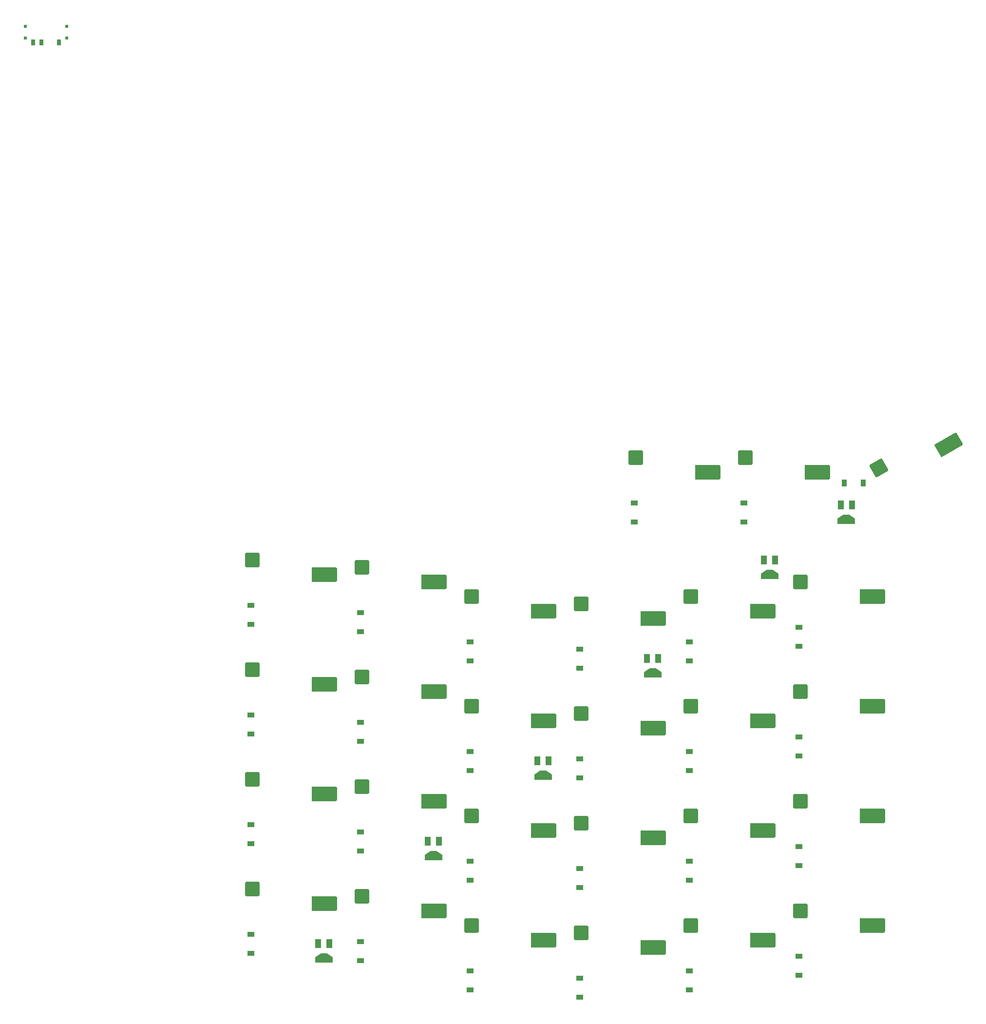
<source format=gbr>
%TF.GenerationSoftware,KiCad,Pcbnew,(6.0.7-1)-1*%
%TF.CreationDate,2023-01-14T16:38:51+08:00*%
%TF.ProjectId,prelude,7072656c-7564-4652-9e6b-696361645f70,rev?*%
%TF.SameCoordinates,Original*%
%TF.FileFunction,Paste,Top*%
%TF.FilePolarity,Positive*%
%FSLAX46Y46*%
G04 Gerber Fmt 4.6, Leading zero omitted, Abs format (unit mm)*
G04 Created by KiCad (PCBNEW (6.0.7-1)-1) date 2023-01-14 16:38:51*
%MOMM*%
%LPD*%
G01*
G04 APERTURE LIST*
G04 Aperture macros list*
%AMRoundRect*
0 Rectangle with rounded corners*
0 $1 Rounding radius*
0 $2 $3 $4 $5 $6 $7 $8 $9 X,Y pos of 4 corners*
0 Add a 4 corners polygon primitive as box body*
4,1,4,$2,$3,$4,$5,$6,$7,$8,$9,$2,$3,0*
0 Add four circle primitives for the rounded corners*
1,1,$1+$1,$2,$3*
1,1,$1+$1,$4,$5*
1,1,$1+$1,$6,$7*
1,1,$1+$1,$8,$9*
0 Add four rect primitives between the rounded corners*
20,1,$1+$1,$2,$3,$4,$5,0*
20,1,$1+$1,$4,$5,$6,$7,0*
20,1,$1+$1,$6,$7,$8,$9,0*
20,1,$1+$1,$8,$9,$2,$3,0*%
%AMRotRect*
0 Rectangle, with rotation*
0 The origin of the aperture is its center*
0 $1 length*
0 $2 width*
0 $3 Rotation angle, in degrees counterclockwise*
0 Add horizontal line*
21,1,$1,$2,0,0,$3*%
%AMFreePoly0*
4,1,27,0.669380,1.507580,0.673100,1.498600,0.673100,-1.498600,0.669380,-1.507580,0.660400,-1.511300,-0.254000,-1.511300,-0.255209,-1.510799,-0.256491,-1.511053,-0.259564,-1.508995,-0.262980,-1.507580,-0.263480,-1.506373,-0.264567,-1.505645,-0.924967,-0.515045,-0.925685,-0.511417,-0.927100,-0.508000,-0.927100,0.508000,-0.925685,0.511417,-0.924967,0.515045,-0.264567,1.505645,-0.263480,1.506373,
-0.262980,1.507580,-0.259564,1.508995,-0.256491,1.511053,-0.255209,1.510799,-0.254000,1.511300,0.660400,1.511300,0.669380,1.507580,0.669380,1.507580,$1*%
G04 Aperture macros list end*
%ADD10RoundRect,0.250000X1.025000X1.000000X-1.025000X1.000000X-1.025000X-1.000000X1.025000X-1.000000X0*%
%ADD11R,2.550000X2.500000*%
%ADD12RoundRect,0.250000X0.387676X1.378525X-1.387676X0.353525X-0.387676X-1.378525X1.387676X-0.353525X0*%
%ADD13RotRect,2.550000X2.500000X210.000000*%
%ADD14R,1.200000X0.900000*%
%ADD15R,0.900000X1.200000*%
%ADD16R,1.041400X1.524000*%
%ADD17FreePoly0,270.000000*%
%ADD18R,0.600000X0.600000*%
%ADD19R,0.800000X1.000000*%
G04 APERTURE END LIST*
D10*
%TO.C,SWL3-0*%
X-57360000Y-155495000D03*
D11*
X-59210000Y-155495000D03*
D10*
X-70810000Y-152955000D03*
%TD*%
%TO.C,SWL0-1*%
X-114510000Y-147875000D03*
D11*
X-116360000Y-147875000D03*
D10*
X-127960000Y-145335000D03*
%TD*%
%TO.C,SWL3-4*%
X-57360000Y-98345000D03*
D11*
X-59210000Y-98345000D03*
D10*
X-70810000Y-95805000D03*
%TD*%
%TO.C,SWL5-2*%
X-19260000Y-113585000D03*
D11*
X-21110000Y-113585000D03*
D10*
X-32710000Y-111045000D03*
%TD*%
%TO.C,SWL4-2*%
X-38310000Y-116125000D03*
D11*
X-40160000Y-116125000D03*
D10*
X-51760000Y-113585000D03*
%TD*%
%TO.C,SWL3-2*%
X-57360000Y-117395000D03*
D11*
X-59210000Y-117395000D03*
D10*
X-70810000Y-114855000D03*
%TD*%
%TO.C,SWL1-0*%
X-95460000Y-149145000D03*
D11*
X-97310000Y-149145000D03*
D10*
X-108910000Y-146605000D03*
%TD*%
%TO.C,SWL5-1*%
X-19260000Y-132635000D03*
D11*
X-21110000Y-132635000D03*
D10*
X-32710000Y-130095000D03*
%TD*%
%TO.C,SWL2-3*%
X-76410000Y-116125000D03*
D11*
X-78260000Y-116125000D03*
D10*
X-89860000Y-113585000D03*
%TD*%
D12*
%TO.C,SWL5-4*%
X-6123411Y-67691133D03*
D13*
X-7725558Y-68616133D03*
D12*
X-19041453Y-72216429D03*
%TD*%
D10*
%TO.C,SWL5-0*%
X-19260000Y-151685000D03*
D11*
X-21110000Y-151685000D03*
D10*
X-32710000Y-149145000D03*
%TD*%
%TO.C,SWL4-0*%
X-38310000Y-154225000D03*
D11*
X-40160000Y-154225000D03*
D10*
X-51760000Y-151685000D03*
%TD*%
%TO.C,SWL1-4*%
X-95460000Y-91995000D03*
D11*
X-97310000Y-91995000D03*
D10*
X-108910000Y-89455000D03*
%TD*%
%TO.C,SWL3-5*%
X-47835000Y-72945000D03*
D11*
X-49685000Y-72945000D03*
D10*
X-61285000Y-70405000D03*
%TD*%
%TO.C,SWL1-2*%
X-95460000Y-130095000D03*
D11*
X-97310000Y-130095000D03*
D10*
X-108910000Y-127555000D03*
%TD*%
%TO.C,SWL5-3*%
X-19260000Y-94535000D03*
D11*
X-21110000Y-94535000D03*
D10*
X-32710000Y-91995000D03*
%TD*%
%TO.C,SWL4-3*%
X-38310000Y-97075000D03*
D11*
X-40160000Y-97075000D03*
D10*
X-51760000Y-94535000D03*
%TD*%
%TO.C,SWL1-3*%
X-95460000Y-111045000D03*
D11*
X-97310000Y-111045000D03*
D10*
X-108910000Y-108505000D03*
%TD*%
%TO.C,SWL0-2*%
X-114510000Y-128825000D03*
D11*
X-116360000Y-128825000D03*
D10*
X-127960000Y-126285000D03*
%TD*%
%TO.C,SWL0-3*%
X-114510000Y-109775000D03*
D11*
X-116360000Y-109775000D03*
D10*
X-127960000Y-107235000D03*
%TD*%
%TO.C,SWL2-0*%
X-76410000Y-154225000D03*
D11*
X-78260000Y-154225000D03*
D10*
X-89860000Y-151685000D03*
%TD*%
%TO.C,SWL0-4*%
X-114510000Y-90725000D03*
D11*
X-116360000Y-90725000D03*
D10*
X-127960000Y-88185000D03*
%TD*%
%TO.C,SWL4-1*%
X-38310000Y-135175000D03*
D11*
X-40160000Y-135175000D03*
D10*
X-51760000Y-132635000D03*
%TD*%
%TO.C,SWL3-1*%
X-57360000Y-136445000D03*
D11*
X-59210000Y-136445000D03*
D10*
X-70810000Y-133905000D03*
%TD*%
%TO.C,SWL2-4*%
X-76410000Y-97075000D03*
D11*
X-78260000Y-97075000D03*
D10*
X-89860000Y-94535000D03*
%TD*%
%TO.C,SWL2-1*%
X-76410000Y-135175000D03*
D11*
X-78260000Y-135175000D03*
D10*
X-89860000Y-132635000D03*
%TD*%
%TO.C,SWL4-5*%
X-28785000Y-72945000D03*
D11*
X-30635000Y-72945000D03*
D10*
X-42235000Y-70405000D03*
%TD*%
D14*
%TO.C,D54*%
X-71070000Y-106980000D03*
X-71070000Y-103680000D03*
%TD*%
%TO.C,D40*%
X-52020000Y-143810000D03*
X-52020000Y-140510000D03*
%TD*%
%TO.C,D43*%
X-109170000Y-138730000D03*
X-109170000Y-135430000D03*
%TD*%
%TO.C,D48*%
X-109170000Y-119680000D03*
X-109170000Y-116380000D03*
%TD*%
%TO.C,D51*%
X-128220000Y-99360000D03*
X-128220000Y-96060000D03*
%TD*%
%TO.C,D57*%
X-32970000Y-141270000D03*
X-32970000Y-137970000D03*
%TD*%
%TO.C,D24*%
X-71070000Y-164130000D03*
X-71070000Y-160830000D03*
%TD*%
%TO.C,D33*%
X-32970000Y-122220000D03*
X-32970000Y-118920000D03*
%TD*%
%TO.C,D44*%
X-71070000Y-126030000D03*
X-71070000Y-122730000D03*
%TD*%
%TO.C,D49*%
X-90120000Y-124760000D03*
X-90120000Y-121460000D03*
%TD*%
%TO.C,D50*%
X-52020000Y-105710000D03*
X-52020000Y-102410000D03*
%TD*%
%TO.C,D41*%
X-32970000Y-103170000D03*
X-32970000Y-99870000D03*
%TD*%
%TO.C,D34*%
X-128220000Y-156510000D03*
X-128220000Y-153210000D03*
%TD*%
%TO.C,D16*%
X-90120000Y-162860000D03*
X-90120000Y-159560000D03*
%TD*%
%TO.C,D39*%
X-71070000Y-145080000D03*
X-71070000Y-141780000D03*
%TD*%
%TO.C,D38*%
X-90120000Y-143810000D03*
X-90120000Y-140510000D03*
%TD*%
D15*
%TO.C,D46*%
X-25095000Y-74850000D03*
X-21795000Y-74850000D03*
%TD*%
D14*
%TO.C,D47*%
X-128220000Y-118410000D03*
X-128220000Y-115110000D03*
%TD*%
%TO.C,D58*%
X-61545000Y-81580000D03*
X-61545000Y-78280000D03*
%TD*%
%TO.C,D52*%
X-109170000Y-100630000D03*
X-109170000Y-97330000D03*
%TD*%
%TO.C,D42*%
X-128220000Y-137460000D03*
X-128220000Y-134160000D03*
%TD*%
%TO.C,D56*%
X-32970000Y-160320000D03*
X-32970000Y-157020000D03*
%TD*%
%TO.C,D55*%
X-42495000Y-81580000D03*
X-42495000Y-78280000D03*
%TD*%
%TO.C,D45*%
X-52020000Y-124760000D03*
X-52020000Y-121460000D03*
%TD*%
%TO.C,D53*%
X-90120000Y-105710000D03*
X-90120000Y-102410000D03*
%TD*%
%TO.C,D8*%
X-109170000Y-157780000D03*
X-109170000Y-154480000D03*
%TD*%
%TO.C,D32*%
X-52020000Y-162860000D03*
X-52020000Y-159560000D03*
%TD*%
D16*
%TO.C,Dx0*%
X-116497900Y-154860000D03*
X-114542100Y-154860000D03*
D17*
X-115520000Y-157488900D03*
%TD*%
D16*
%TO.C,Dx2*%
X-78397900Y-123110000D03*
X-76442100Y-123110000D03*
D17*
X-77420000Y-125738900D03*
%TD*%
D16*
%TO.C,Dx3*%
X-59347900Y-105330000D03*
X-57392100Y-105330000D03*
D17*
X-58370000Y-107958900D03*
%TD*%
D16*
%TO.C,Dx4*%
X-39027900Y-88185000D03*
X-37072100Y-88185000D03*
D17*
X-38050000Y-90813900D03*
%TD*%
D16*
%TO.C,Dx1*%
X-97447900Y-137080000D03*
X-95492100Y-137080000D03*
D17*
X-96470000Y-139708900D03*
%TD*%
D16*
%TO.C,Dx5*%
X-25692900Y-78660000D03*
X-23737100Y-78660000D03*
D17*
X-24715000Y-81288900D03*
%TD*%
D18*
%TO.C,Tog1*%
X-167430000Y4512500D03*
X-160230000Y4512500D03*
X-167430000Y2472500D03*
X-160230000Y2472500D03*
D19*
X-161580000Y1672500D03*
X-164580000Y1672500D03*
X-166080000Y1672500D03*
%TD*%
M02*

</source>
